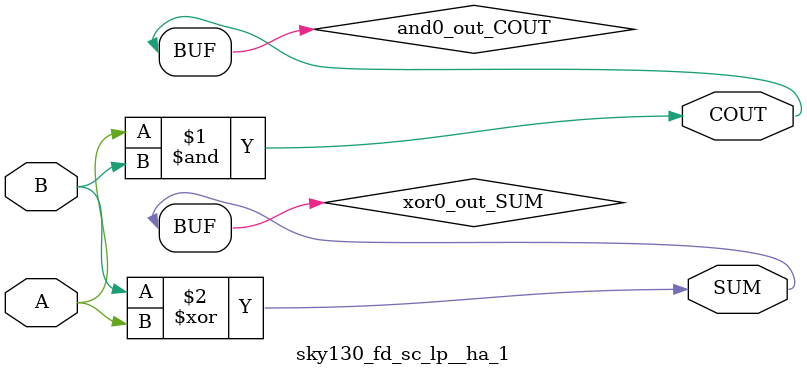
<source format=v>
/*
 * Copyright 2020 The SkyWater PDK Authors
 *
 * Licensed under the Apache License, Version 2.0 (the "License");
 * you may not use this file except in compliance with the License.
 * You may obtain a copy of the License at
 *
 *     https://www.apache.org/licenses/LICENSE-2.0
 *
 * Unless required by applicable law or agreed to in writing, software
 * distributed under the License is distributed on an "AS IS" BASIS,
 * WITHOUT WARRANTIES OR CONDITIONS OF ANY KIND, either express or implied.
 * See the License for the specific language governing permissions and
 * limitations under the License.
 *
 * SPDX-License-Identifier: Apache-2.0
*/


`ifndef SKY130_FD_SC_LP__HA_1_FUNCTIONAL_V
`define SKY130_FD_SC_LP__HA_1_FUNCTIONAL_V

/**
 * ha: Half adder.
 *
 * Verilog simulation functional model.
 */

`timescale 1ns / 1ps
`default_nettype none

`celldefine
module sky130_fd_sc_lp__ha_1 (
    COUT,
    SUM ,
    A   ,
    B
);

    // Module ports
    output COUT;
    output SUM ;
    input  A   ;
    input  B   ;

    // Local signals
    wire and0_out_COUT;
    wire xor0_out_SUM ;

    //  Name  Output         Other arguments
    and and0 (and0_out_COUT, A, B           );
    buf buf0 (COUT         , and0_out_COUT  );
    xor xor0 (xor0_out_SUM , B, A           );
    buf buf1 (SUM          , xor0_out_SUM   );

endmodule
`endcelldefine

`default_nettype wire
`endif  // SKY130_FD_SC_LP__HA_1_FUNCTIONAL_V

</source>
